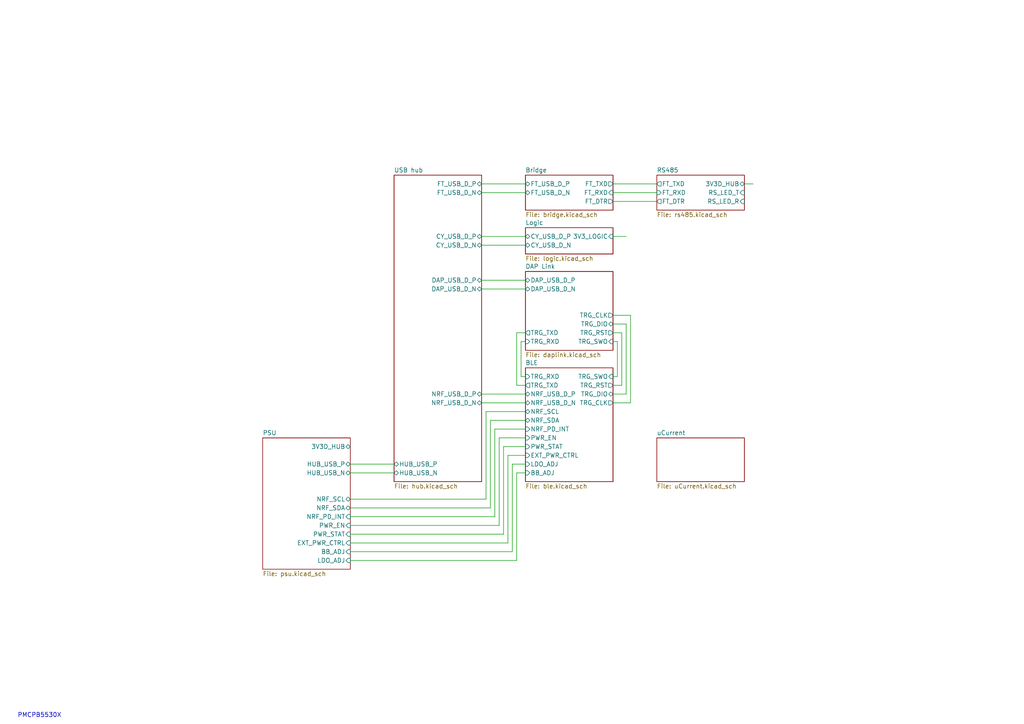
<source format=kicad_sch>
(kicad_sch (version 20230121) (generator eeschema)
  (paper "A4")
  (lib_symbols)
  (wire (pts (xy 148.59 134.62) (xy 148.59 160.02)))
  (wire (pts (xy 177.8 58.42) (xy 190.5 58.42)))
  (wire (pts (xy 177.8 68.58) (xy 181.61 68.58)))
  (wire (pts (xy 139.7 83.82) (xy 152.4 83.82)))
  (wire (pts (xy 101.6 144.78) (xy 140.97 144.78)))
  (wire (pts (xy 179.07 99.06) (xy 179.07 109.22)))
  (wire (pts (xy 151.13 109.22) (xy 152.4 109.22)))
  (wire (pts (xy 139.7 114.3) (xy 152.4 114.3)))
  (wire (pts (xy 151.13 109.22) (xy 151.13 99.06)))
  (wire (pts (xy 152.4 134.62) (xy 148.59 134.62)))
  (wire (pts (xy 177.8 93.98) (xy 181.61 93.98)))
  (wire (pts (xy 177.8 53.34) (xy 190.5 53.34)))
  (wire (pts (xy 152.4 129.54) (xy 146.05 129.54)))
  (wire (pts (xy 149.86 162.56) (xy 149.86 137.16)))
  (wire (pts (xy 139.7 71.12) (xy 152.4 71.12)))
  (wire (pts (xy 142.24 121.92) (xy 142.24 147.32)))
  (wire (pts (xy 140.97 119.38) (xy 152.4 119.38)))
  (wire (pts (xy 148.59 160.02) (xy 101.6 160.02)))
  (wire (pts (xy 139.7 81.28) (xy 152.4 81.28)))
  (wire (pts (xy 177.8 116.84) (xy 182.88 116.84)))
  (wire (pts (xy 101.6 149.86) (xy 143.51 149.86)))
  (wire (pts (xy 139.7 116.84) (xy 152.4 116.84)))
  (wire (pts (xy 144.78 127) (xy 144.78 152.4)))
  (wire (pts (xy 146.05 129.54) (xy 146.05 154.94)))
  (wire (pts (xy 101.6 137.16) (xy 114.3 137.16)))
  (wire (pts (xy 182.88 91.44) (xy 177.8 91.44)))
  (wire (pts (xy 140.97 144.78) (xy 140.97 119.38)))
  (wire (pts (xy 181.61 114.3) (xy 177.8 114.3)))
  (wire (pts (xy 177.8 99.06) (xy 179.07 99.06)))
  (wire (pts (xy 101.6 162.56) (xy 149.86 162.56)))
  (wire (pts (xy 139.7 53.34) (xy 152.4 53.34)))
  (wire (pts (xy 177.8 55.88) (xy 190.5 55.88)))
  (wire (pts (xy 152.4 121.92) (xy 142.24 121.92)))
  (wire (pts (xy 149.86 96.52) (xy 149.86 111.76)))
  (wire (pts (xy 143.51 149.86) (xy 143.51 124.46)))
  (wire (pts (xy 101.6 147.32) (xy 142.24 147.32)))
  (wire (pts (xy 139.7 55.88) (xy 152.4 55.88)))
  (wire (pts (xy 181.61 93.98) (xy 181.61 114.3)))
  (wire (pts (xy 151.13 99.06) (xy 152.4 99.06)))
  (wire (pts (xy 152.4 127) (xy 144.78 127)))
  (wire (pts (xy 101.6 134.62) (xy 114.3 134.62)))
  (wire (pts (xy 152.4 132.08) (xy 147.32 132.08)))
  (wire (pts (xy 143.51 124.46) (xy 152.4 124.46)))
  (wire (pts (xy 215.9 53.34) (xy 218.44 53.34)))
  (wire (pts (xy 147.32 157.48) (xy 101.6 157.48)))
  (wire (pts (xy 180.34 96.52) (xy 177.8 96.52)))
  (wire (pts (xy 146.05 154.94) (xy 101.6 154.94)))
  (wire (pts (xy 182.88 116.84) (xy 182.88 91.44)))
  (wire (pts (xy 179.07 109.22) (xy 177.8 109.22)))
  (wire (pts (xy 149.86 137.16) (xy 152.4 137.16)))
  (wire (pts (xy 144.78 152.4) (xy 101.6 152.4)))
  (wire (pts (xy 177.8 111.76) (xy 180.34 111.76)))
  (wire (pts (xy 180.34 111.76) (xy 180.34 96.52)))
  (wire (pts (xy 149.86 111.76) (xy 152.4 111.76)))
  (wire (pts (xy 147.32 132.08) (xy 147.32 157.48)))
  (wire (pts (xy 139.7 68.58) (xy 152.4 68.58)))
  (wire (pts (xy 152.4 96.52) (xy 149.86 96.52)))
  (text "PMCPB5530X" (at 5.08 208.28 0) (effects (font (size 1.27 1.27)) (justify left bottom)))
  (sheet (at 76.2 127) (size 25.4 38.1) (stroke (width 0.1524))
    (property "Sheetname" "PSU" (at 76.2 126.2884 0) (effects (justify left bottom)))
    (property "Sheetfile" "psu.kicad_sch" (at 76.2 165.6846 0) (effects (justify left top)))
    (pin "NRF_SCL" bidirectional (at 101.6 144.78 0))
    (pin "NRF_SDA" bidirectional (at 101.6 147.32 0))
    (pin "HUB_USB_N" bidirectional (at 101.6 137.16 0))
    (pin "HUB_USB_P" bidirectional (at 101.6 134.62 0))
    (pin "PWR_EN" input (at 101.6 152.4 0))
    (pin "EXT_PWR_CTRL" input (at 101.6 157.48 0))
    (pin "NRF_PD_INT" input (at 101.6 149.86 0))
    (pin "PWR_STAT" input (at 101.6 154.94 0))
    (pin "BB_ADJ" input (at 101.6 160.02 0))
    (pin "LDO_ADJ" input (at 101.6 162.56 0))
    (pin "3V3D_HUB" tri_state (at 101.6 129.54 0))
  )
  (sheet (at 152.4 106.68) (size 25.4 33.02) (stroke (width 0.1524))
    (property "Sheetname" "BLE" (at 152.4 105.9684 0) (effects (justify left bottom)))
    (property "Sheetfile" "ble.kicad_sch" (at 152.4 140.2846 0) (effects (justify left top)))
    (pin "NRF_USB_D_N" bidirectional (at 152.4 116.84 180))
    (pin "NRF_USB_D_P" bidirectional (at 152.4 114.3 180))
    (pin "TRG_SWO" input (at 177.8 109.22 0))
    (pin "TRG_CLK" output (at 177.8 116.84 0))
    (pin "TRG_RXD" input (at 152.4 109.22 180))
    (pin "TRG_TXD" output (at 152.4 111.76 180))
    (pin "TRG_DIO" bidirectional (at 177.8 114.3 0))
    (pin "TRG_RST" output (at 177.8 111.76 0))
    (pin "NRF_PD_INT" input (at 152.4 124.46 180))
    (pin "NRF_SCL" bidirectional (at 152.4 119.38 180))
    (pin "NRF_SDA" bidirectional (at 152.4 121.92 180))
    (pin "PWR_STAT" input (at 152.4 129.54 180))
    (pin "PWR_EN" input (at 152.4 127 180))
    (pin "EXT_PWR_CTRL" input (at 152.4 132.08 180))
    (pin "LDO_ADJ" input (at 152.4 134.62 180))
    (pin "BB_ADJ" input (at 152.4 137.16 180))
  )
  (sheet (at 152.4 78.74) (size 25.4 22.86) (stroke (width 0.1524))
    (property "Sheetname" "DAP Link" (at 152.4 78.0284 0) (effects (justify left bottom)))
    (property "Sheetfile" "daplink.kicad_sch" (at 152.4 102.1846 0) (effects (justify left top)))
    (pin "DAP_USB_D_P" bidirectional (at 152.4 81.28 180))
    (pin "DAP_USB_D_N" bidirectional (at 152.4 83.82 180))
    (pin "TRG_CLK" output (at 177.8 91.44 0))
    (pin "TRG_RXD" input (at 152.4 99.06 180))
    (pin "TRG_DIO" bidirectional (at 177.8 93.98 0))
    (pin "TRG_TXD" output (at 152.4 96.52 180))
    (pin "TRG_SWO" input (at 177.8 99.06 0))
    (pin "TRG_RST" output (at 177.8 96.52 0))
  )
  (sheet (at 152.4 50.8) (size 25.4 10.16) (stroke (width 0.1524))
    (property "Sheetname" "Bridge" (at 152.4 50.0884 0) (effects (justify left bottom)))
    (property "Sheetfile" "bridge.kicad_sch" (at 152.4 61.5446 0) (effects (justify left top)))
    (pin "FT_USB_D_N" bidirectional (at 152.4 55.88 180))
    (pin "FT_USB_D_P" bidirectional (at 152.4 53.34 180))
    (pin "FT_RXD" input (at 177.8 55.88 0))
    (pin "FT_DTR" output (at 177.8 58.42 0))
    (pin "FT_TXD" output (at 177.8 53.34 0))
  )
  (sheet (at 190.5 50.8) (size 25.4 10.16) (stroke (width 0.1524))
    (property "Sheetname" "RS485" (at 190.5 50.0884 0) (effects (justify left bottom)))
    (property "Sheetfile" "rs485.kicad_sch" (at 190.5 61.5446 0) (effects (justify left top)))
    (pin "FT_TXD" output (at 190.5 53.34 180))
    (pin "FT_DTR" output (at 190.5 58.42 180))
    (pin "RS_LED_R" input (at 215.9 58.42 0))
    (pin "RS_LED_T" input (at 215.9 55.88 0))
    (pin "FT_RXD" input (at 190.5 55.88 180))
    (pin "3V3D_HUB" tri_state (at 215.9 53.34 0))
  )
  (sheet (at 114.3 50.8) (size 25.4 88.9) (stroke (width 0.1524))
    (property "Sheetname" "USB hub" (at 114.3 50.0884 0) (effects (justify left bottom)))
    (property "Sheetfile" "hub.kicad_sch" (at 114.3 140.2846 0) (effects (justify left top)))
    (pin "CY_USB_D_N" bidirectional (at 139.7 71.12 0))
    (pin "CY_USB_D_P" bidirectional (at 139.7 68.58 0))
    (pin "NRF_USB_D_N" bidirectional (at 139.7 116.84 0))
    (pin "NRF_USB_D_P" bidirectional (at 139.7 114.3 0))
    (pin "FT_USB_D_N" bidirectional (at 139.7 55.88 0))
    (pin "FT_USB_D_P" bidirectional (at 139.7 53.34 0))
    (pin "DAP_USB_D_N" bidirectional (at 139.7 83.82 0))
    (pin "DAP_USB_D_P" bidirectional (at 139.7 81.28 0))
    (pin "HUB_USB_P" bidirectional (at 114.3 134.62 180))
    (pin "HUB_USB_N" bidirectional (at 114.3 137.16 180))
  )
  (sheet (at 152.4 66.04) (size 25.4 7.62) (stroke (width 0.1524))
    (property "Sheetname" "Logic" (at 152.4 65.3284 0) (effects (justify left bottom)))
    (property "Sheetfile" "logic.kicad_sch" (at 152.4 74.2446 0) (effects (justify left top)))
    (pin "CY_USB_D_P" bidirectional (at 152.4 68.58 180))
    (pin "CY_USB_D_N" bidirectional (at 152.4 71.12 180))
    (pin "3V3_LOGIC" input (at 177.8 68.58 0))
  )
  (sheet (at 190.5 127) (size 25.4 12.7) (stroke (width 0.1524))
    (property "Sheetname" "uCurrent" (at 190.5 126.2884 0) (effects (justify left bottom)))
    (property "Sheetfile" "uCurrent.kicad_sch" (at 190.5 140.2846 0) (effects (justify left top)))
  )
)
</source>
